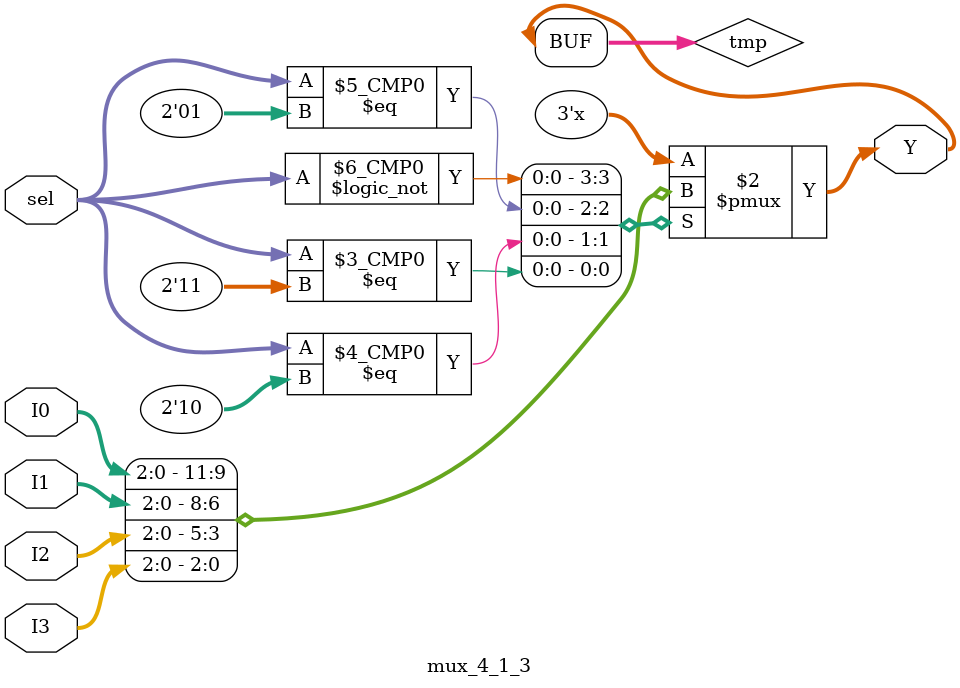
<source format=v>
`timescale 1ns / 1ps


module mux_4_1_3(
    input [2:0] I0, I1, I2, I3,
    input [1:0] sel,
    output [2:0] Y
    );
    
    reg [2:0] tmp;
    
    always @(*) begin
        case(sel)
            2'b00: tmp <= I0;
            2'b01: tmp <= I1;
            2'b10: tmp <= I2;
            2'b11: tmp <= I3;
            default: tmp <= 3'b000;
         endcase 
      end
            
     assign Y = tmp;   
    
endmodule

</source>
